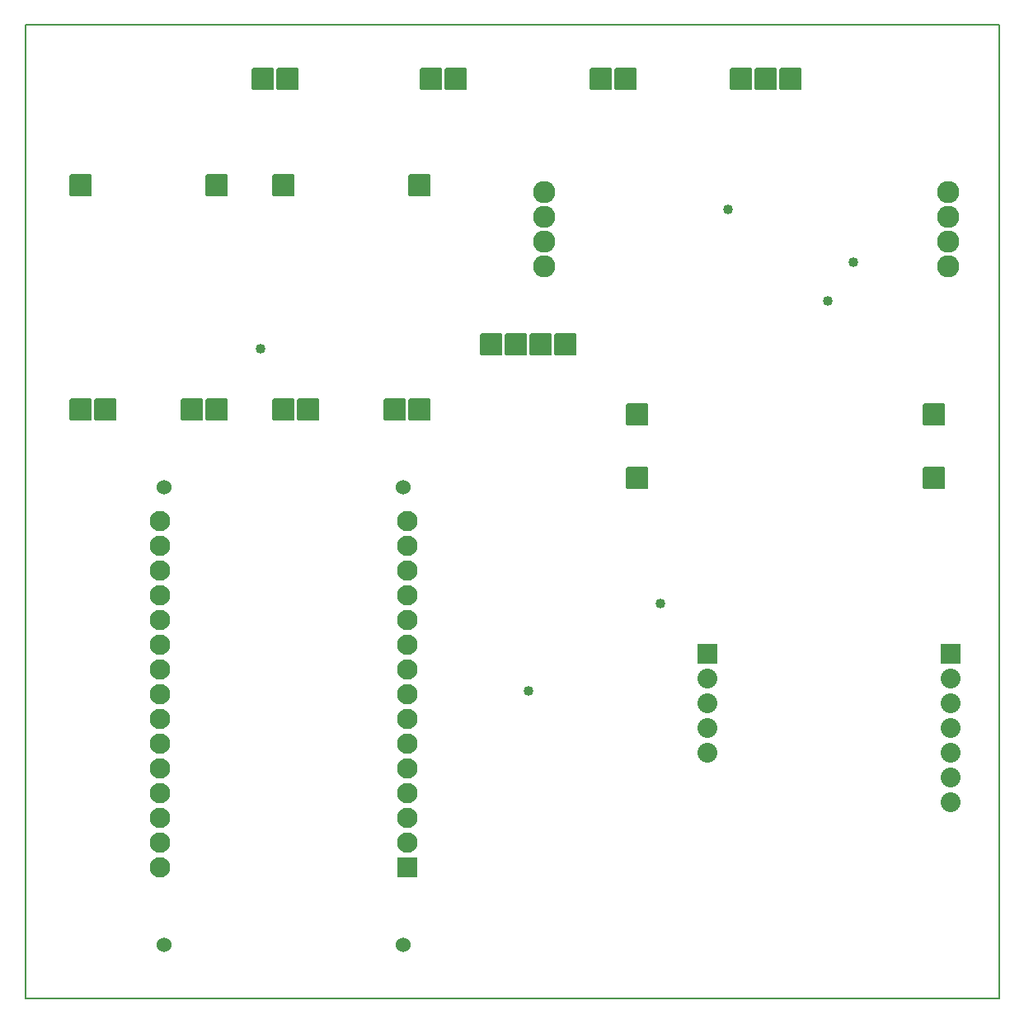
<source format=gbr>
G04 PROTEUS GERBER X2 FILE*
%TF.GenerationSoftware,Labcenter,Proteus,8.13-SP0-Build31525*%
%TF.CreationDate,2025-07-06T18:18:02+00:00*%
%TF.FileFunction,Soldermask,Top*%
%TF.FilePolarity,Negative*%
%TF.Part,Single*%
%TF.SameCoordinates,{7c6f6ce9-c7c3-4c68-b218-349a6216ac96}*%
%FSLAX45Y45*%
%MOMM*%
G01*
%TA.AperFunction,Material*%
%ADD24C,1.016000*%
%AMPPAD017*
4,1,36,
1.016000,-1.143000,
-1.016000,-1.143000,
-1.041970,-1.140470,
-1.065980,-1.133200,
-1.087580,-1.121650,
-1.106290,-1.106290,
-1.121650,-1.087570,
-1.133200,-1.065980,
-1.140470,-1.041970,
-1.143000,-1.016000,
-1.143000,1.016000,
-1.140470,1.041970,
-1.133200,1.065980,
-1.121650,1.087570,
-1.106290,1.106290,
-1.087580,1.121650,
-1.065980,1.133200,
-1.041970,1.140470,
-1.016000,1.143000,
1.016000,1.143000,
1.041970,1.140470,
1.065980,1.133200,
1.087580,1.121650,
1.106290,1.106290,
1.121650,1.087570,
1.133200,1.065980,
1.140470,1.041970,
1.143000,1.016000,
1.143000,-1.016000,
1.140470,-1.041970,
1.133200,-1.065980,
1.121650,-1.087570,
1.106290,-1.106290,
1.087580,-1.121650,
1.065980,-1.133200,
1.041970,-1.140470,
1.016000,-1.143000,
0*%
%TA.AperFunction,Material*%
%ADD25PPAD017*%
%AMPPAD018*
4,1,36,
1.143000,1.016000,
1.143000,-1.016000,
1.140470,-1.041970,
1.133200,-1.065980,
1.121650,-1.087580,
1.106290,-1.106290,
1.087570,-1.121650,
1.065980,-1.133200,
1.041970,-1.140470,
1.016000,-1.143000,
-1.016000,-1.143000,
-1.041970,-1.140470,
-1.065980,-1.133200,
-1.087570,-1.121650,
-1.106290,-1.106290,
-1.121650,-1.087580,
-1.133200,-1.065980,
-1.140470,-1.041970,
-1.143000,-1.016000,
-1.143000,1.016000,
-1.140470,1.041970,
-1.133200,1.065980,
-1.121650,1.087580,
-1.106290,1.106290,
-1.087570,1.121650,
-1.065980,1.133200,
-1.041970,1.140470,
-1.016000,1.143000,
1.016000,1.143000,
1.041970,1.140470,
1.065980,1.133200,
1.087570,1.121650,
1.106290,1.106290,
1.121650,1.087580,
1.133200,1.065980,
1.140470,1.041970,
1.143000,1.016000,
0*%
%TA.AperFunction,Material*%
%ADD26PPAD018*%
%TA.AperFunction,Material*%
%ADD27C,2.286000*%
%AMPPAD020*
4,1,36,
1.000000,-1.050000,
-1.000000,-1.050000,
-1.010220,-1.049000,
-1.019680,-1.046140,
-1.028180,-1.041590,
-1.035540,-1.035540,
-1.041590,-1.028180,
-1.046140,-1.019680,
-1.049000,-1.010220,
-1.050000,-1.000000,
-1.050000,1.000000,
-1.049000,1.010220,
-1.046140,1.019680,
-1.041590,1.028180,
-1.035540,1.035540,
-1.028180,1.041590,
-1.019680,1.046140,
-1.010220,1.049000,
-1.000000,1.050000,
1.000000,1.050000,
1.010220,1.049000,
1.019680,1.046140,
1.028180,1.041590,
1.035540,1.035540,
1.041590,1.028180,
1.046140,1.019680,
1.049000,1.010220,
1.050000,1.000000,
1.050000,-1.000000,
1.049000,-1.010220,
1.046140,-1.019680,
1.041590,-1.028180,
1.035540,-1.035540,
1.028180,-1.041590,
1.019680,-1.046140,
1.010220,-1.049000,
1.000000,-1.050000,
0*%
%TA.AperFunction,Material*%
%ADD28PPAD020*%
%ADD29C,2.100000*%
%ADD72C,1.524000*%
%AMPPAD023*
4,1,36,
1.016000,0.889000,
1.016000,-0.889000,
1.013470,-0.914970,
1.006200,-0.938980,
0.994650,-0.960580,
0.979290,-0.979290,
0.960570,-0.994650,
0.938980,-1.006200,
0.914970,-1.013470,
0.889000,-1.016000,
-0.889000,-1.016000,
-0.914970,-1.013470,
-0.938980,-1.006200,
-0.960570,-0.994650,
-0.979290,-0.979290,
-0.994650,-0.960580,
-1.006200,-0.938980,
-1.013470,-0.914970,
-1.016000,-0.889000,
-1.016000,0.889000,
-1.013470,0.914970,
-1.006200,0.938980,
-0.994650,0.960580,
-0.979290,0.979290,
-0.960570,0.994650,
-0.938980,1.006200,
-0.914970,1.013470,
-0.889000,1.016000,
0.889000,1.016000,
0.914970,1.013470,
0.938980,1.006200,
0.960570,0.994650,
0.979290,0.979290,
0.994650,0.960580,
1.006200,0.938980,
1.013470,0.914970,
1.016000,0.889000,
0*%
%TA.AperFunction,Material*%
%ADD73PPAD023*%
%ADD30C,2.032000*%
%TA.AperFunction,Profile*%
%ADD71C,0.203200*%
%TD.AperFunction*%
D24*
X-2583575Y+1670087D03*
X+3504138Y+2562505D03*
X+3242010Y+2164313D03*
X+2217956Y+3108263D03*
X+1521836Y-946771D03*
X+163047Y-1837346D03*
D25*
X-2310000Y+4440000D03*
X-2564000Y+4440000D03*
D26*
X-3030000Y+3350000D03*
X-4430000Y+3350000D03*
X-4430000Y+1050000D03*
X-4176000Y+1050000D03*
X-3284000Y+1050000D03*
X-3030000Y+1050000D03*
X-950000Y+3350000D03*
X-2350000Y+3350000D03*
X-2350000Y+1050000D03*
X-2096000Y+1050000D03*
X-1204000Y+1050000D03*
X-950000Y+1050000D03*
D25*
X+1285000Y+995000D03*
X+1285000Y+345000D03*
X+4335000Y+345000D03*
X+4335000Y+995000D03*
X+910000Y+4440000D03*
X+1164000Y+4440000D03*
X-830000Y+4440000D03*
X-576000Y+4440000D03*
D27*
X+325000Y+3281000D03*
X+325000Y+3027000D03*
X+325000Y+2773000D03*
X+325000Y+2519000D03*
X+4475000Y+2519000D03*
X+4475000Y+2773000D03*
X+4475000Y+3027000D03*
X+4475000Y+3281000D03*
D25*
X+2858000Y+4440000D03*
X+2604000Y+4440000D03*
X+2350000Y+4440000D03*
D28*
X-1080000Y-3652000D03*
D29*
X-1080000Y-3398000D03*
X-1080000Y-3144000D03*
X-1080000Y-2890000D03*
X-1080000Y-2636000D03*
X-1080000Y-2382000D03*
X-1080000Y-2128000D03*
X-1080000Y-1874000D03*
X-1080000Y-1620000D03*
X-1080000Y-1366000D03*
X-1080000Y-1112000D03*
X-1080000Y-858000D03*
X-1080000Y-604000D03*
X-1080000Y-350000D03*
X-1080000Y-96000D03*
X-3620000Y-96000D03*
X-3620000Y-350000D03*
X-3620000Y-604000D03*
X-3620000Y-858000D03*
X-3620000Y-1112000D03*
X-3620000Y-1366000D03*
X-3620000Y-1620000D03*
X-3620000Y-1874000D03*
X-3620000Y-2128000D03*
X-3620000Y-2382000D03*
X-3620000Y-2636000D03*
X-3620000Y-2890000D03*
X-3620000Y-3144000D03*
X-3620000Y-3398000D03*
X-3620000Y-3652000D03*
D72*
X-1122000Y+247000D03*
X-3573010Y+247000D03*
X-3573010Y-4447000D03*
X-1122000Y-4447000D03*
D26*
X-211000Y+1720000D03*
X+43000Y+1720000D03*
X+297000Y+1720000D03*
X+551000Y+1720000D03*
D73*
X+2000000Y-1456000D03*
D30*
X+2000000Y-1710000D03*
X+2000000Y-1964000D03*
X+2000000Y-2218000D03*
X+2000000Y-2472000D03*
X+4500000Y-2980000D03*
X+4500000Y-2726000D03*
X+4500000Y-2472000D03*
X+4500000Y-2218000D03*
X+4500000Y-1964000D03*
X+4500000Y-1710000D03*
D73*
X+4500000Y-1456000D03*
D71*
X-5000000Y-5000000D02*
X+5000000Y-5000000D01*
X+5000000Y+5000000D01*
X-5000000Y+5000000D01*
X-5000000Y-5000000D01*
M02*

</source>
